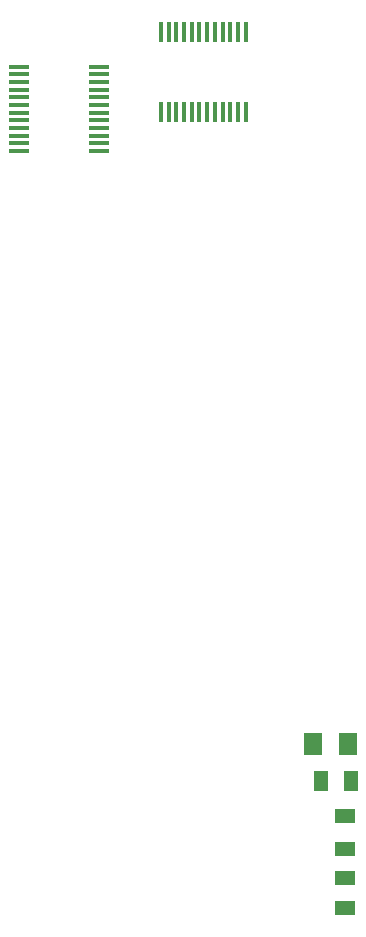
<source format=gbr>
G04*
G04 #@! TF.GenerationSoftware,Altium Limited,Altium Designer,22.11.1 (43)*
G04*
G04 Layer_Color=128*
%FSLAX44Y44*%
%MOMM*%
G71*
G04*
G04 #@! TF.SameCoordinates,B6AE56F5-1224-44F4-9462-935C271CF011*
G04*
G04*
G04 #@! TF.FilePolarity,Positive*
G04*
G01*
G75*
%ADD60R,1.1500X1.7000*%
%ADD61R,1.8062X1.3046*%
%ADD62R,1.7000X1.1500*%
%ADD63R,1.5500X1.9000*%
G04:AMPARAMS|DCode=64|XSize=1.7528mm|YSize=0.4149mm|CornerRadius=0.2075mm|HoleSize=0mm|Usage=FLASHONLY|Rotation=180.000|XOffset=0mm|YOffset=0mm|HoleType=Round|Shape=RoundedRectangle|*
%AMROUNDEDRECTD64*
21,1,1.7528,0.0000,0,0,180.0*
21,1,1.3379,0.4149,0,0,180.0*
1,1,0.4149,-0.6690,0.0000*
1,1,0.4149,0.6690,0.0000*
1,1,0.4149,0.6690,0.0000*
1,1,0.4149,-0.6690,0.0000*
%
%ADD64ROUNDEDRECTD64*%
G04:AMPARAMS|DCode=65|XSize=1.7528mm|YSize=0.4149mm|CornerRadius=0.2075mm|HoleSize=0mm|Usage=FLASHONLY|Rotation=90.000|XOffset=0mm|YOffset=0mm|HoleType=Round|Shape=RoundedRectangle|*
%AMROUNDEDRECTD65*
21,1,1.7528,0.0000,0,0,90.0*
21,1,1.3379,0.4149,0,0,90.0*
1,1,0.4149,0.0000,0.6690*
1,1,0.4149,0.0000,-0.6690*
1,1,0.4149,0.0000,-0.6690*
1,1,0.4149,0.0000,0.6690*
%
%ADD65ROUNDEDRECTD65*%
%ADD66R,1.7528X0.4149*%
%ADD67R,0.4149X1.7528*%
D60*
X652250Y1113000D02*
D03*
X677750D02*
D03*
D61*
X673000Y1083008D02*
D03*
Y1054992D02*
D03*
D62*
Y1030750D02*
D03*
Y1005250D02*
D03*
D63*
X646250Y1144000D02*
D03*
X675750D02*
D03*
D64*
X397000Y1665500D02*
D03*
Y1672000D02*
D03*
Y1678500D02*
D03*
Y1685000D02*
D03*
Y1691500D02*
D03*
Y1659000D02*
D03*
X464503Y1691500D02*
D03*
Y1685000D02*
D03*
Y1672000D02*
D03*
Y1678500D02*
D03*
Y1665500D02*
D03*
Y1711000D02*
D03*
Y1704500D02*
D03*
Y1698000D02*
D03*
X397000D02*
D03*
Y1704500D02*
D03*
Y1711000D02*
D03*
Y1717500D02*
D03*
Y1652500D02*
D03*
Y1646000D02*
D03*
X464503D02*
D03*
Y1652500D02*
D03*
Y1659000D02*
D03*
D65*
X530250Y1746751D02*
D03*
X582250Y1679249D02*
D03*
X575750D02*
D03*
X569250D02*
D03*
X562750D02*
D03*
X556250D02*
D03*
X549750D02*
D03*
X543250D02*
D03*
X536750D02*
D03*
Y1746751D02*
D03*
X543250D02*
D03*
X549750D02*
D03*
X556250D02*
D03*
X562750D02*
D03*
X569250D02*
D03*
X575750D02*
D03*
X582250D02*
D03*
X588750D02*
D03*
X523750D02*
D03*
X517250D02*
D03*
Y1679249D02*
D03*
X523750D02*
D03*
X530250D02*
D03*
D66*
X464503Y1717500D02*
D03*
D67*
X588750Y1679249D02*
D03*
M02*

</source>
